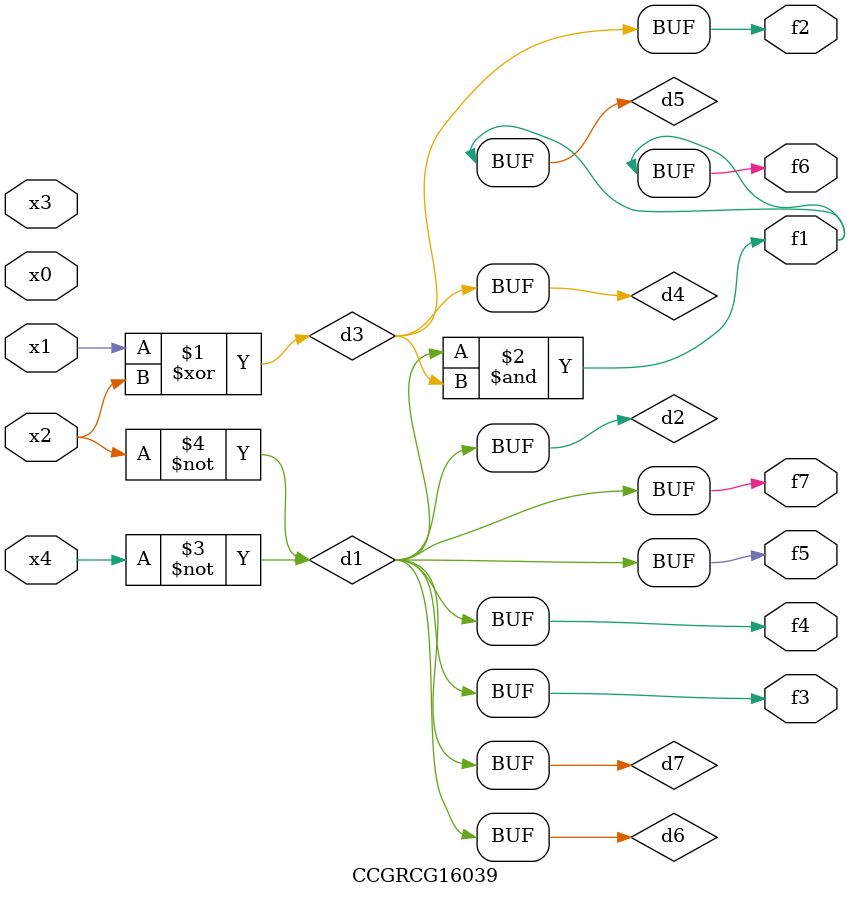
<source format=v>
module CCGRCG16039(
	input x0, x1, x2, x3, x4,
	output f1, f2, f3, f4, f5, f6, f7
);

	wire d1, d2, d3, d4, d5, d6, d7;

	not (d1, x4);
	not (d2, x2);
	xor (d3, x1, x2);
	buf (d4, d3);
	and (d5, d1, d3);
	buf (d6, d1, d2);
	buf (d7, d2);
	assign f1 = d5;
	assign f2 = d4;
	assign f3 = d7;
	assign f4 = d7;
	assign f5 = d7;
	assign f6 = d5;
	assign f7 = d7;
endmodule

</source>
